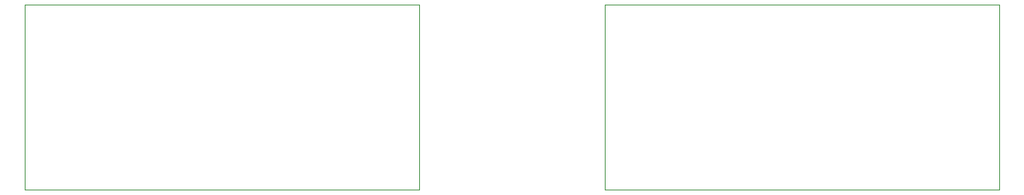
<source format=gbr>
%TF.GenerationSoftware,KiCad,Pcbnew,9.0.7*%
%TF.CreationDate,2026-02-24T12:38:52-05:00*%
%TF.ProjectId,MONGO_PCB,4d4f4e47-4f5f-4504-9342-2e6b69636164,SR211007*%
%TF.SameCoordinates,Original*%
%TF.FileFunction,Legend,Top*%
%TF.FilePolarity,Positive*%
%FSLAX46Y46*%
G04 Gerber Fmt 4.6, Leading zero omitted, Abs format (unit mm)*
G04 Created by KiCad (PCBNEW 9.0.7) date 2026-02-24 12:38:52*
%MOMM*%
%LPD*%
G01*
G04 APERTURE LIST*
%ADD10C,0.100000*%
G04 APERTURE END LIST*
%TO.C,REF\u002A\u002A*%
D10*
X134620000Y-205740000D02*
X91440000Y-205740000D01*
X91440000Y-226060000D01*
X134620000Y-226060000D01*
X134620000Y-205740000D01*
X71120000Y-205740000D02*
X27940000Y-205740000D01*
X27940000Y-226060000D01*
X71120000Y-226060000D01*
X71120000Y-205740000D01*
%TD*%
M02*

</source>
